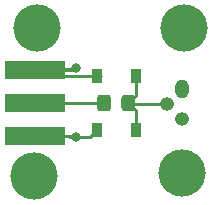
<source format=gbr>
%TF.GenerationSoftware,KiCad,Pcbnew,(5.1.6-0-10_14)*%
%TF.CreationDate,2020-10-21T16:06:14-07:00*%
%TF.ProjectId,photodiode_pcb,70686f74-6f64-4696-9f64-655f7063622e,rev?*%
%TF.SameCoordinates,Original*%
%TF.FileFunction,Copper,L1,Top*%
%TF.FilePolarity,Positive*%
%FSLAX46Y46*%
G04 Gerber Fmt 4.6, Leading zero omitted, Abs format (unit mm)*
G04 Created by KiCad (PCBNEW (5.1.6-0-10_14)) date 2020-10-21 16:06:14*
%MOMM*%
%LPD*%
G01*
G04 APERTURE LIST*
%TA.AperFunction,SMDPad,CuDef*%
%ADD10R,5.080000X1.600000*%
%TD*%
%TA.AperFunction,ComponentPad*%
%ADD11C,4.000000*%
%TD*%
%TA.AperFunction,ComponentPad*%
%ADD12O,1.200000X1.200000*%
%TD*%
%TA.AperFunction,ComponentPad*%
%ADD13O,1.200000X1.600000*%
%TD*%
%TA.AperFunction,SMDPad,CuDef*%
%ADD14R,0.900000X1.200000*%
%TD*%
%TA.AperFunction,ViaPad*%
%ADD15C,0.800000*%
%TD*%
%TA.AperFunction,Conductor*%
%ADD16C,0.250000*%
%TD*%
G04 APERTURE END LIST*
D10*
%TO.P,J1,2*%
%TO.N,GND*%
X138811000Y-97385000D03*
X138811000Y-91845000D03*
%TO.P,J1,1*%
%TO.N,Net-(J1-Pad1)*%
X138811000Y-94615000D03*
%TD*%
D11*
%TO.P,H4,1*%
%TO.N,GND*%
X151384000Y-88265000D03*
%TD*%
%TO.P,H3,1*%
%TO.N,GND*%
X151257000Y-100584000D03*
%TD*%
%TO.P,H2,1*%
%TO.N,GND*%
X138938000Y-88265000D03*
%TD*%
%TO.P,H1,1*%
%TO.N,GND*%
X138684000Y-100838000D03*
%TD*%
%TO.P,R1,2*%
%TO.N,Net-(D1-Pad1)*%
%TA.AperFunction,SMDPad,CuDef*%
G36*
G01*
X146128000Y-95065001D02*
X146128000Y-94164999D01*
G75*
G02*
X146377999Y-93915000I249999J0D01*
G01*
X147028001Y-93915000D01*
G75*
G02*
X147278000Y-94164999I0J-249999D01*
G01*
X147278000Y-95065001D01*
G75*
G02*
X147028001Y-95315000I-249999J0D01*
G01*
X146377999Y-95315000D01*
G75*
G02*
X146128000Y-95065001I0J249999D01*
G01*
G37*
%TD.AperFunction*%
%TO.P,R1,1*%
%TO.N,Net-(J1-Pad1)*%
%TA.AperFunction,SMDPad,CuDef*%
G36*
G01*
X144078000Y-95065001D02*
X144078000Y-94164999D01*
G75*
G02*
X144327999Y-93915000I249999J0D01*
G01*
X144978001Y-93915000D01*
G75*
G02*
X145228000Y-94164999I0J-249999D01*
G01*
X145228000Y-95065001D01*
G75*
G02*
X144978001Y-95315000I-249999J0D01*
G01*
X144327999Y-95315000D01*
G75*
G02*
X144078000Y-95065001I0J249999D01*
G01*
G37*
%TD.AperFunction*%
%TD*%
D12*
%TO.P,D3,3*%
%TO.N,GND*%
X151257000Y-96012000D03*
%TO.P,D3,2*%
%TO.N,Net-(D1-Pad1)*%
X149987000Y-94742000D03*
D13*
%TO.P,D3,1*%
%TO.N,GND*%
X151257000Y-93472000D03*
%TD*%
D14*
%TO.P,D2,2*%
%TO.N,Net-(D1-Pad1)*%
X147318000Y-96901000D03*
%TO.P,D2,1*%
%TO.N,GND*%
X144018000Y-96901000D03*
%TD*%
%TO.P,D1,2*%
%TO.N,GND*%
X144018000Y-92329000D03*
%TO.P,D1,1*%
%TO.N,Net-(D1-Pad1)*%
X147318000Y-92329000D03*
%TD*%
D15*
%TO.N,GND*%
X142240000Y-91694000D03*
X142240000Y-97536000D03*
%TD*%
D16*
%TO.N,GND*%
X144018000Y-92329000D02*
X144417000Y-92329000D01*
X139295000Y-92329000D02*
X138811000Y-91845000D01*
X143448000Y-97471000D02*
X144018000Y-96901000D01*
X141801000Y-97471000D02*
X143448000Y-97471000D01*
X141715000Y-97385000D02*
X141801000Y-97471000D01*
X138811000Y-97385000D02*
X141715000Y-97385000D01*
X141605000Y-92329000D02*
X139295000Y-92329000D01*
X144018000Y-92329000D02*
X141605000Y-92329000D01*
X138897000Y-91759000D02*
X138811000Y-91845000D01*
X141801000Y-91759000D02*
X138897000Y-91759000D01*
X142089000Y-91845000D02*
X142240000Y-91694000D01*
X138811000Y-91845000D02*
X142089000Y-91845000D01*
X142089000Y-97385000D02*
X142240000Y-97536000D01*
X138811000Y-97385000D02*
X142089000Y-97385000D01*
%TO.N,Net-(D1-Pad1)*%
X147318000Y-94000000D02*
X146703000Y-94615000D01*
X147318000Y-92329000D02*
X147318000Y-94000000D01*
X146703000Y-94615000D02*
X146703000Y-94633000D01*
X147318000Y-95230000D02*
X146703000Y-94615000D01*
X147318000Y-96901000D02*
X147318000Y-95230000D01*
X146830000Y-94742000D02*
X146703000Y-94615000D01*
X149987000Y-94742000D02*
X146830000Y-94742000D01*
%TO.N,Net-(J1-Pad1)*%
X138811000Y-94615000D02*
X144653000Y-94615000D01*
%TD*%
M02*

</source>
